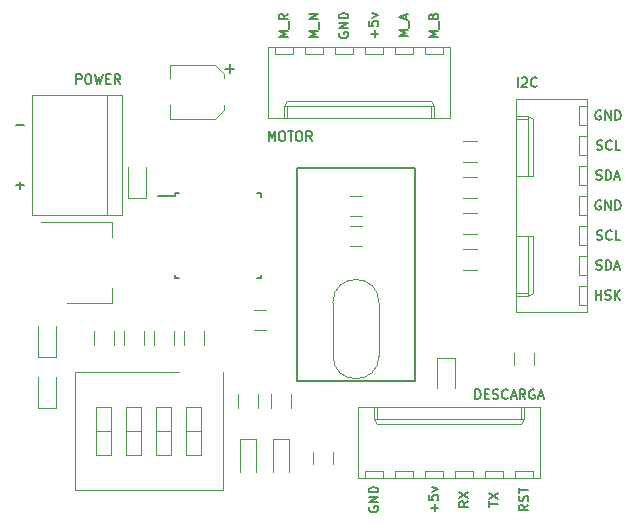
<source format=gto>
G04 #@! TF.FileFunction,Legend,Top*
%FSLAX46Y46*%
G04 Gerber Fmt 4.6, Leading zero omitted, Abs format (unit mm)*
G04 Created by KiCad (PCBNEW 4.0.6) date Tuesday, 11 '11e' April '11e' 2017, 13:18:08*
%MOMM*%
%LPD*%
G01*
G04 APERTURE LIST*
%ADD10C,0.100000*%
%ADD11C,0.200000*%
%ADD12C,0.120000*%
%ADD13C,0.150000*%
G04 APERTURE END LIST*
D10*
D11*
X110185238Y-64065143D02*
X110794762Y-64065143D01*
X110185238Y-69145143D02*
X110794762Y-69145143D01*
X110490000Y-69449905D02*
X110490000Y-68840381D01*
X115246381Y-60559905D02*
X115246381Y-59759905D01*
X115551143Y-59759905D01*
X115627334Y-59798000D01*
X115665429Y-59836095D01*
X115703524Y-59912286D01*
X115703524Y-60026571D01*
X115665429Y-60102762D01*
X115627334Y-60140857D01*
X115551143Y-60178952D01*
X115246381Y-60178952D01*
X116198762Y-59759905D02*
X116351143Y-59759905D01*
X116427334Y-59798000D01*
X116503524Y-59874190D01*
X116541619Y-60026571D01*
X116541619Y-60293238D01*
X116503524Y-60445619D01*
X116427334Y-60521810D01*
X116351143Y-60559905D01*
X116198762Y-60559905D01*
X116122572Y-60521810D01*
X116046381Y-60445619D01*
X116008286Y-60293238D01*
X116008286Y-60026571D01*
X116046381Y-59874190D01*
X116122572Y-59798000D01*
X116198762Y-59759905D01*
X116808286Y-59759905D02*
X116998762Y-60559905D01*
X117151143Y-59988476D01*
X117303524Y-60559905D01*
X117494000Y-59759905D01*
X117798762Y-60140857D02*
X118065429Y-60140857D01*
X118179715Y-60559905D02*
X117798762Y-60559905D01*
X117798762Y-59759905D01*
X118179715Y-59759905D01*
X118979715Y-60559905D02*
X118713048Y-60178952D01*
X118522572Y-60559905D02*
X118522572Y-59759905D01*
X118827334Y-59759905D01*
X118903525Y-59798000D01*
X118941620Y-59836095D01*
X118979715Y-59912286D01*
X118979715Y-60026571D01*
X118941620Y-60102762D01*
X118903525Y-60140857D01*
X118827334Y-60178952D01*
X118522572Y-60178952D01*
X131540476Y-65385905D02*
X131540476Y-64585905D01*
X131807143Y-65157333D01*
X132073810Y-64585905D01*
X132073810Y-65385905D01*
X132607143Y-64585905D02*
X132759524Y-64585905D01*
X132835715Y-64624000D01*
X132911905Y-64700190D01*
X132950000Y-64852571D01*
X132950000Y-65119238D01*
X132911905Y-65271619D01*
X132835715Y-65347810D01*
X132759524Y-65385905D01*
X132607143Y-65385905D01*
X132530953Y-65347810D01*
X132454762Y-65271619D01*
X132416667Y-65119238D01*
X132416667Y-64852571D01*
X132454762Y-64700190D01*
X132530953Y-64624000D01*
X132607143Y-64585905D01*
X133178571Y-64585905D02*
X133635714Y-64585905D01*
X133407143Y-65385905D02*
X133407143Y-64585905D01*
X134054762Y-64585905D02*
X134207143Y-64585905D01*
X134283334Y-64624000D01*
X134359524Y-64700190D01*
X134397619Y-64852571D01*
X134397619Y-65119238D01*
X134359524Y-65271619D01*
X134283334Y-65347810D01*
X134207143Y-65385905D01*
X134054762Y-65385905D01*
X133978572Y-65347810D01*
X133902381Y-65271619D01*
X133864286Y-65119238D01*
X133864286Y-64852571D01*
X133902381Y-64700190D01*
X133978572Y-64624000D01*
X134054762Y-64585905D01*
X135197619Y-65385905D02*
X134930952Y-65004952D01*
X134740476Y-65385905D02*
X134740476Y-64585905D01*
X135045238Y-64585905D01*
X135121429Y-64624000D01*
X135159524Y-64662095D01*
X135197619Y-64738286D01*
X135197619Y-64852571D01*
X135159524Y-64928762D01*
X135121429Y-64966857D01*
X135045238Y-65004952D01*
X134740476Y-65004952D01*
X145903905Y-56597429D02*
X145103905Y-56597429D01*
X145675333Y-56330762D01*
X145103905Y-56064095D01*
X145903905Y-56064095D01*
X145980095Y-55873619D02*
X145980095Y-55264095D01*
X145484857Y-54806952D02*
X145522952Y-54692666D01*
X145561048Y-54654571D01*
X145637238Y-54616476D01*
X145751524Y-54616476D01*
X145827714Y-54654571D01*
X145865810Y-54692666D01*
X145903905Y-54768857D01*
X145903905Y-55073619D01*
X145103905Y-55073619D01*
X145103905Y-54806952D01*
X145142000Y-54730762D01*
X145180095Y-54692666D01*
X145256286Y-54654571D01*
X145332476Y-54654571D01*
X145408667Y-54692666D01*
X145446762Y-54730762D01*
X145484857Y-54806952D01*
X145484857Y-55073619D01*
X143363905Y-56540286D02*
X142563905Y-56540286D01*
X143135333Y-56273619D01*
X142563905Y-56006952D01*
X143363905Y-56006952D01*
X143440095Y-55816476D02*
X143440095Y-55206952D01*
X143135333Y-55054571D02*
X143135333Y-54673619D01*
X143363905Y-55130762D02*
X142563905Y-54864095D01*
X143363905Y-54597428D01*
X133203905Y-56597429D02*
X132403905Y-56597429D01*
X132975333Y-56330762D01*
X132403905Y-56064095D01*
X133203905Y-56064095D01*
X133280095Y-55873619D02*
X133280095Y-55264095D01*
X133203905Y-54616476D02*
X132822952Y-54883143D01*
X133203905Y-55073619D02*
X132403905Y-55073619D01*
X132403905Y-54768857D01*
X132442000Y-54692666D01*
X132480095Y-54654571D01*
X132556286Y-54616476D01*
X132670571Y-54616476D01*
X132746762Y-54654571D01*
X132784857Y-54692666D01*
X132822952Y-54768857D01*
X132822952Y-55073619D01*
X135743905Y-56616476D02*
X134943905Y-56616476D01*
X135515333Y-56349809D01*
X134943905Y-56083142D01*
X135743905Y-56083142D01*
X135820095Y-55892666D02*
X135820095Y-55283142D01*
X135743905Y-55092666D02*
X134943905Y-55092666D01*
X135743905Y-54635523D01*
X134943905Y-54635523D01*
X140519143Y-56616476D02*
X140519143Y-56006952D01*
X140823905Y-56311714D02*
X140214381Y-56311714D01*
X140023905Y-55245047D02*
X140023905Y-55626000D01*
X140404857Y-55664095D01*
X140366762Y-55626000D01*
X140328667Y-55549809D01*
X140328667Y-55359333D01*
X140366762Y-55283143D01*
X140404857Y-55245047D01*
X140481048Y-55206952D01*
X140671524Y-55206952D01*
X140747714Y-55245047D01*
X140785810Y-55283143D01*
X140823905Y-55359333D01*
X140823905Y-55549809D01*
X140785810Y-55626000D01*
X140747714Y-55664095D01*
X140290571Y-54940285D02*
X140823905Y-54749809D01*
X140290571Y-54559333D01*
X137522000Y-56235523D02*
X137483905Y-56311714D01*
X137483905Y-56425999D01*
X137522000Y-56540285D01*
X137598190Y-56616476D01*
X137674381Y-56654571D01*
X137826762Y-56692666D01*
X137941048Y-56692666D01*
X138093429Y-56654571D01*
X138169619Y-56616476D01*
X138245810Y-56540285D01*
X138283905Y-56425999D01*
X138283905Y-56349809D01*
X138245810Y-56235523D01*
X138207714Y-56197428D01*
X137941048Y-56197428D01*
X137941048Y-56349809D01*
X138283905Y-55854571D02*
X137483905Y-55854571D01*
X138283905Y-55397428D01*
X137483905Y-55397428D01*
X138283905Y-55016476D02*
X137483905Y-55016476D01*
X137483905Y-54826000D01*
X137522000Y-54711714D01*
X137598190Y-54635523D01*
X137674381Y-54597428D01*
X137826762Y-54559333D01*
X137941048Y-54559333D01*
X138093429Y-54597428D01*
X138169619Y-54635523D01*
X138245810Y-54711714D01*
X138283905Y-54826000D01*
X138283905Y-55016476D01*
X152635048Y-60813905D02*
X152635048Y-60013905D01*
X152977905Y-60090095D02*
X153016000Y-60052000D01*
X153092191Y-60013905D01*
X153282667Y-60013905D01*
X153358857Y-60052000D01*
X153396953Y-60090095D01*
X153435048Y-60166286D01*
X153435048Y-60242476D01*
X153396953Y-60356762D01*
X152939810Y-60813905D01*
X153435048Y-60813905D01*
X154235048Y-60737714D02*
X154196953Y-60775810D01*
X154082667Y-60813905D01*
X154006477Y-60813905D01*
X153892191Y-60775810D01*
X153816000Y-60699619D01*
X153777905Y-60623429D01*
X153739810Y-60471048D01*
X153739810Y-60356762D01*
X153777905Y-60204381D01*
X153816000Y-60128190D01*
X153892191Y-60052000D01*
X154006477Y-60013905D01*
X154082667Y-60013905D01*
X154196953Y-60052000D01*
X154235048Y-60090095D01*
X159664477Y-62846000D02*
X159588286Y-62807905D01*
X159474001Y-62807905D01*
X159359715Y-62846000D01*
X159283524Y-62922190D01*
X159245429Y-62998381D01*
X159207334Y-63150762D01*
X159207334Y-63265048D01*
X159245429Y-63417429D01*
X159283524Y-63493619D01*
X159359715Y-63569810D01*
X159474001Y-63607905D01*
X159550191Y-63607905D01*
X159664477Y-63569810D01*
X159702572Y-63531714D01*
X159702572Y-63265048D01*
X159550191Y-63265048D01*
X160045429Y-63607905D02*
X160045429Y-62807905D01*
X160502572Y-63607905D01*
X160502572Y-62807905D01*
X160883524Y-63607905D02*
X160883524Y-62807905D01*
X161074000Y-62807905D01*
X161188286Y-62846000D01*
X161264477Y-62922190D01*
X161302572Y-62998381D01*
X161340667Y-63150762D01*
X161340667Y-63265048D01*
X161302572Y-63417429D01*
X161264477Y-63493619D01*
X161188286Y-63569810D01*
X161074000Y-63607905D01*
X160883524Y-63607905D01*
X159321619Y-66109810D02*
X159435905Y-66147905D01*
X159626381Y-66147905D01*
X159702571Y-66109810D01*
X159740667Y-66071714D01*
X159778762Y-65995524D01*
X159778762Y-65919333D01*
X159740667Y-65843143D01*
X159702571Y-65805048D01*
X159626381Y-65766952D01*
X159474000Y-65728857D01*
X159397809Y-65690762D01*
X159359714Y-65652667D01*
X159321619Y-65576476D01*
X159321619Y-65500286D01*
X159359714Y-65424095D01*
X159397809Y-65386000D01*
X159474000Y-65347905D01*
X159664476Y-65347905D01*
X159778762Y-65386000D01*
X160578762Y-66071714D02*
X160540667Y-66109810D01*
X160426381Y-66147905D01*
X160350191Y-66147905D01*
X160235905Y-66109810D01*
X160159714Y-66033619D01*
X160121619Y-65957429D01*
X160083524Y-65805048D01*
X160083524Y-65690762D01*
X160121619Y-65538381D01*
X160159714Y-65462190D01*
X160235905Y-65386000D01*
X160350191Y-65347905D01*
X160426381Y-65347905D01*
X160540667Y-65386000D01*
X160578762Y-65424095D01*
X161302572Y-66147905D02*
X160921619Y-66147905D01*
X160921619Y-65347905D01*
X159302572Y-68649810D02*
X159416858Y-68687905D01*
X159607334Y-68687905D01*
X159683524Y-68649810D01*
X159721620Y-68611714D01*
X159759715Y-68535524D01*
X159759715Y-68459333D01*
X159721620Y-68383143D01*
X159683524Y-68345048D01*
X159607334Y-68306952D01*
X159454953Y-68268857D01*
X159378762Y-68230762D01*
X159340667Y-68192667D01*
X159302572Y-68116476D01*
X159302572Y-68040286D01*
X159340667Y-67964095D01*
X159378762Y-67926000D01*
X159454953Y-67887905D01*
X159645429Y-67887905D01*
X159759715Y-67926000D01*
X160102572Y-68687905D02*
X160102572Y-67887905D01*
X160293048Y-67887905D01*
X160407334Y-67926000D01*
X160483525Y-68002190D01*
X160521620Y-68078381D01*
X160559715Y-68230762D01*
X160559715Y-68345048D01*
X160521620Y-68497429D01*
X160483525Y-68573619D01*
X160407334Y-68649810D01*
X160293048Y-68687905D01*
X160102572Y-68687905D01*
X160864477Y-68459333D02*
X161245429Y-68459333D01*
X160788286Y-68687905D02*
X161054953Y-67887905D01*
X161321620Y-68687905D01*
X159664477Y-70466000D02*
X159588286Y-70427905D01*
X159474001Y-70427905D01*
X159359715Y-70466000D01*
X159283524Y-70542190D01*
X159245429Y-70618381D01*
X159207334Y-70770762D01*
X159207334Y-70885048D01*
X159245429Y-71037429D01*
X159283524Y-71113619D01*
X159359715Y-71189810D01*
X159474001Y-71227905D01*
X159550191Y-71227905D01*
X159664477Y-71189810D01*
X159702572Y-71151714D01*
X159702572Y-70885048D01*
X159550191Y-70885048D01*
X160045429Y-71227905D02*
X160045429Y-70427905D01*
X160502572Y-71227905D01*
X160502572Y-70427905D01*
X160883524Y-71227905D02*
X160883524Y-70427905D01*
X161074000Y-70427905D01*
X161188286Y-70466000D01*
X161264477Y-70542190D01*
X161302572Y-70618381D01*
X161340667Y-70770762D01*
X161340667Y-70885048D01*
X161302572Y-71037429D01*
X161264477Y-71113619D01*
X161188286Y-71189810D01*
X161074000Y-71227905D01*
X160883524Y-71227905D01*
X159321619Y-73729810D02*
X159435905Y-73767905D01*
X159626381Y-73767905D01*
X159702571Y-73729810D01*
X159740667Y-73691714D01*
X159778762Y-73615524D01*
X159778762Y-73539333D01*
X159740667Y-73463143D01*
X159702571Y-73425048D01*
X159626381Y-73386952D01*
X159474000Y-73348857D01*
X159397809Y-73310762D01*
X159359714Y-73272667D01*
X159321619Y-73196476D01*
X159321619Y-73120286D01*
X159359714Y-73044095D01*
X159397809Y-73006000D01*
X159474000Y-72967905D01*
X159664476Y-72967905D01*
X159778762Y-73006000D01*
X160578762Y-73691714D02*
X160540667Y-73729810D01*
X160426381Y-73767905D01*
X160350191Y-73767905D01*
X160235905Y-73729810D01*
X160159714Y-73653619D01*
X160121619Y-73577429D01*
X160083524Y-73425048D01*
X160083524Y-73310762D01*
X160121619Y-73158381D01*
X160159714Y-73082190D01*
X160235905Y-73006000D01*
X160350191Y-72967905D01*
X160426381Y-72967905D01*
X160540667Y-73006000D01*
X160578762Y-73044095D01*
X161302572Y-73767905D02*
X160921619Y-73767905D01*
X160921619Y-72967905D01*
X159302572Y-76269810D02*
X159416858Y-76307905D01*
X159607334Y-76307905D01*
X159683524Y-76269810D01*
X159721620Y-76231714D01*
X159759715Y-76155524D01*
X159759715Y-76079333D01*
X159721620Y-76003143D01*
X159683524Y-75965048D01*
X159607334Y-75926952D01*
X159454953Y-75888857D01*
X159378762Y-75850762D01*
X159340667Y-75812667D01*
X159302572Y-75736476D01*
X159302572Y-75660286D01*
X159340667Y-75584095D01*
X159378762Y-75546000D01*
X159454953Y-75507905D01*
X159645429Y-75507905D01*
X159759715Y-75546000D01*
X160102572Y-76307905D02*
X160102572Y-75507905D01*
X160293048Y-75507905D01*
X160407334Y-75546000D01*
X160483525Y-75622190D01*
X160521620Y-75698381D01*
X160559715Y-75850762D01*
X160559715Y-75965048D01*
X160521620Y-76117429D01*
X160483525Y-76193619D01*
X160407334Y-76269810D01*
X160293048Y-76307905D01*
X160102572Y-76307905D01*
X160864477Y-76079333D02*
X161245429Y-76079333D01*
X160788286Y-76307905D02*
X161054953Y-75507905D01*
X161321620Y-76307905D01*
X159264476Y-78847905D02*
X159264476Y-78047905D01*
X159264476Y-78428857D02*
X159721619Y-78428857D01*
X159721619Y-78847905D02*
X159721619Y-78047905D01*
X160064476Y-78809810D02*
X160178762Y-78847905D01*
X160369238Y-78847905D01*
X160445428Y-78809810D01*
X160483524Y-78771714D01*
X160521619Y-78695524D01*
X160521619Y-78619333D01*
X160483524Y-78543143D01*
X160445428Y-78505048D01*
X160369238Y-78466952D01*
X160216857Y-78428857D01*
X160140666Y-78390762D01*
X160102571Y-78352667D01*
X160064476Y-78276476D01*
X160064476Y-78200286D01*
X160102571Y-78124095D01*
X160140666Y-78086000D01*
X160216857Y-78047905D01*
X160407333Y-78047905D01*
X160521619Y-78086000D01*
X160864476Y-78847905D02*
X160864476Y-78047905D01*
X161321619Y-78847905D02*
X160978762Y-78390762D01*
X161321619Y-78047905D02*
X160864476Y-78505048D01*
X149053905Y-87229905D02*
X149053905Y-86429905D01*
X149244381Y-86429905D01*
X149358667Y-86468000D01*
X149434858Y-86544190D01*
X149472953Y-86620381D01*
X149511048Y-86772762D01*
X149511048Y-86887048D01*
X149472953Y-87039429D01*
X149434858Y-87115619D01*
X149358667Y-87191810D01*
X149244381Y-87229905D01*
X149053905Y-87229905D01*
X149853905Y-86810857D02*
X150120572Y-86810857D01*
X150234858Y-87229905D02*
X149853905Y-87229905D01*
X149853905Y-86429905D01*
X150234858Y-86429905D01*
X150539620Y-87191810D02*
X150653906Y-87229905D01*
X150844382Y-87229905D01*
X150920572Y-87191810D01*
X150958668Y-87153714D01*
X150996763Y-87077524D01*
X150996763Y-87001333D01*
X150958668Y-86925143D01*
X150920572Y-86887048D01*
X150844382Y-86848952D01*
X150692001Y-86810857D01*
X150615810Y-86772762D01*
X150577715Y-86734667D01*
X150539620Y-86658476D01*
X150539620Y-86582286D01*
X150577715Y-86506095D01*
X150615810Y-86468000D01*
X150692001Y-86429905D01*
X150882477Y-86429905D01*
X150996763Y-86468000D01*
X151796763Y-87153714D02*
X151758668Y-87191810D01*
X151644382Y-87229905D01*
X151568192Y-87229905D01*
X151453906Y-87191810D01*
X151377715Y-87115619D01*
X151339620Y-87039429D01*
X151301525Y-86887048D01*
X151301525Y-86772762D01*
X151339620Y-86620381D01*
X151377715Y-86544190D01*
X151453906Y-86468000D01*
X151568192Y-86429905D01*
X151644382Y-86429905D01*
X151758668Y-86468000D01*
X151796763Y-86506095D01*
X152101525Y-87001333D02*
X152482477Y-87001333D01*
X152025334Y-87229905D02*
X152292001Y-86429905D01*
X152558668Y-87229905D01*
X153282477Y-87229905D02*
X153015810Y-86848952D01*
X152825334Y-87229905D02*
X152825334Y-86429905D01*
X153130096Y-86429905D01*
X153206287Y-86468000D01*
X153244382Y-86506095D01*
X153282477Y-86582286D01*
X153282477Y-86696571D01*
X153244382Y-86772762D01*
X153206287Y-86810857D01*
X153130096Y-86848952D01*
X152825334Y-86848952D01*
X154044382Y-86468000D02*
X153968191Y-86429905D01*
X153853906Y-86429905D01*
X153739620Y-86468000D01*
X153663429Y-86544190D01*
X153625334Y-86620381D01*
X153587239Y-86772762D01*
X153587239Y-86887048D01*
X153625334Y-87039429D01*
X153663429Y-87115619D01*
X153739620Y-87191810D01*
X153853906Y-87229905D01*
X153930096Y-87229905D01*
X154044382Y-87191810D01*
X154082477Y-87153714D01*
X154082477Y-86887048D01*
X153930096Y-86887048D01*
X154387239Y-87001333D02*
X154768191Y-87001333D01*
X154311048Y-87229905D02*
X154577715Y-86429905D01*
X154844382Y-87229905D01*
X153523905Y-96196095D02*
X153142952Y-96462762D01*
X153523905Y-96653238D02*
X152723905Y-96653238D01*
X152723905Y-96348476D01*
X152762000Y-96272285D01*
X152800095Y-96234190D01*
X152876286Y-96196095D01*
X152990571Y-96196095D01*
X153066762Y-96234190D01*
X153104857Y-96272285D01*
X153142952Y-96348476D01*
X153142952Y-96653238D01*
X153485810Y-95891333D02*
X153523905Y-95777047D01*
X153523905Y-95586571D01*
X153485810Y-95510381D01*
X153447714Y-95472285D01*
X153371524Y-95434190D01*
X153295333Y-95434190D01*
X153219143Y-95472285D01*
X153181048Y-95510381D01*
X153142952Y-95586571D01*
X153104857Y-95738952D01*
X153066762Y-95815143D01*
X153028667Y-95853238D01*
X152952476Y-95891333D01*
X152876286Y-95891333D01*
X152800095Y-95853238D01*
X152762000Y-95815143D01*
X152723905Y-95738952D01*
X152723905Y-95548476D01*
X152762000Y-95434190D01*
X152723905Y-95205619D02*
X152723905Y-94748476D01*
X153523905Y-94977047D02*
X152723905Y-94977047D01*
X150183905Y-96367524D02*
X150183905Y-95910381D01*
X150983905Y-96138952D02*
X150183905Y-96138952D01*
X150183905Y-95719904D02*
X150983905Y-95186571D01*
X150183905Y-95186571D02*
X150983905Y-95719904D01*
X148443905Y-95891333D02*
X148062952Y-96158000D01*
X148443905Y-96348476D02*
X147643905Y-96348476D01*
X147643905Y-96043714D01*
X147682000Y-95967523D01*
X147720095Y-95929428D01*
X147796286Y-95891333D01*
X147910571Y-95891333D01*
X147986762Y-95929428D01*
X148024857Y-95967523D01*
X148062952Y-96043714D01*
X148062952Y-96348476D01*
X147643905Y-95624666D02*
X148443905Y-95091333D01*
X147643905Y-95091333D02*
X148443905Y-95624666D01*
X145599143Y-96748476D02*
X145599143Y-96138952D01*
X145903905Y-96443714D02*
X145294381Y-96443714D01*
X145103905Y-95377047D02*
X145103905Y-95758000D01*
X145484857Y-95796095D01*
X145446762Y-95758000D01*
X145408667Y-95681809D01*
X145408667Y-95491333D01*
X145446762Y-95415143D01*
X145484857Y-95377047D01*
X145561048Y-95338952D01*
X145751524Y-95338952D01*
X145827714Y-95377047D01*
X145865810Y-95415143D01*
X145903905Y-95491333D01*
X145903905Y-95681809D01*
X145865810Y-95758000D01*
X145827714Y-95796095D01*
X145370571Y-95072285D02*
X145903905Y-94881809D01*
X145370571Y-94691333D01*
X140062000Y-96367523D02*
X140023905Y-96443714D01*
X140023905Y-96557999D01*
X140062000Y-96672285D01*
X140138190Y-96748476D01*
X140214381Y-96786571D01*
X140366762Y-96824666D01*
X140481048Y-96824666D01*
X140633429Y-96786571D01*
X140709619Y-96748476D01*
X140785810Y-96672285D01*
X140823905Y-96557999D01*
X140823905Y-96481809D01*
X140785810Y-96367523D01*
X140747714Y-96329428D01*
X140481048Y-96329428D01*
X140481048Y-96481809D01*
X140823905Y-95986571D02*
X140023905Y-95986571D01*
X140823905Y-95529428D01*
X140023905Y-95529428D01*
X140823905Y-95148476D02*
X140023905Y-95148476D01*
X140023905Y-94958000D01*
X140062000Y-94843714D01*
X140138190Y-94767523D01*
X140214381Y-94729428D01*
X140366762Y-94691333D01*
X140481048Y-94691333D01*
X140633429Y-94729428D01*
X140709619Y-94767523D01*
X140785810Y-94843714D01*
X140823905Y-94958000D01*
X140823905Y-95148476D01*
D12*
X139438000Y-70016000D02*
X138438000Y-70016000D01*
X138438000Y-71716000D02*
X139438000Y-71716000D01*
X139438000Y-72556000D02*
X138438000Y-72556000D01*
X138438000Y-74256000D02*
X139438000Y-74256000D01*
X152312000Y-83320000D02*
X152312000Y-84320000D01*
X154012000Y-84320000D02*
X154012000Y-83320000D01*
X131472000Y-57432000D02*
X131472000Y-63432000D01*
X131472000Y-63432000D02*
X146912000Y-63432000D01*
X146912000Y-63432000D02*
X146912000Y-57432000D01*
X146912000Y-57432000D02*
X131472000Y-57432000D01*
X132842000Y-63432000D02*
X132842000Y-62432000D01*
X132842000Y-62432000D02*
X145542000Y-62432000D01*
X145542000Y-62432000D02*
X145542000Y-63432000D01*
X132842000Y-62432000D02*
X133092000Y-62002000D01*
X133092000Y-62002000D02*
X145292000Y-62002000D01*
X145292000Y-62002000D02*
X145542000Y-62432000D01*
X133092000Y-63432000D02*
X133092000Y-62432000D01*
X145292000Y-63432000D02*
X145292000Y-62432000D01*
X132042000Y-57432000D02*
X132042000Y-58052000D01*
X132042000Y-58052000D02*
X133642000Y-58052000D01*
X133642000Y-58052000D02*
X133642000Y-57432000D01*
X134582000Y-57432000D02*
X134582000Y-58052000D01*
X134582000Y-58052000D02*
X136182000Y-58052000D01*
X136182000Y-58052000D02*
X136182000Y-57432000D01*
X137122000Y-57432000D02*
X137122000Y-58052000D01*
X137122000Y-58052000D02*
X138722000Y-58052000D01*
X138722000Y-58052000D02*
X138722000Y-57432000D01*
X139662000Y-57432000D02*
X139662000Y-58052000D01*
X139662000Y-58052000D02*
X141262000Y-58052000D01*
X141262000Y-58052000D02*
X141262000Y-57432000D01*
X142202000Y-57432000D02*
X142202000Y-58052000D01*
X142202000Y-58052000D02*
X143802000Y-58052000D01*
X143802000Y-58052000D02*
X143802000Y-57432000D01*
X144742000Y-57432000D02*
X144742000Y-58052000D01*
X144742000Y-58052000D02*
X146342000Y-58052000D01*
X146342000Y-58052000D02*
X146342000Y-57432000D01*
X154532000Y-93952000D02*
X154532000Y-87952000D01*
X154532000Y-87952000D02*
X139092000Y-87952000D01*
X139092000Y-87952000D02*
X139092000Y-93952000D01*
X139092000Y-93952000D02*
X154532000Y-93952000D01*
X153162000Y-87952000D02*
X153162000Y-88952000D01*
X153162000Y-88952000D02*
X140462000Y-88952000D01*
X140462000Y-88952000D02*
X140462000Y-87952000D01*
X153162000Y-88952000D02*
X152912000Y-89382000D01*
X152912000Y-89382000D02*
X140712000Y-89382000D01*
X140712000Y-89382000D02*
X140462000Y-88952000D01*
X152912000Y-87952000D02*
X152912000Y-88952000D01*
X140712000Y-87952000D02*
X140712000Y-88952000D01*
X153962000Y-93952000D02*
X153962000Y-93332000D01*
X153962000Y-93332000D02*
X152362000Y-93332000D01*
X152362000Y-93332000D02*
X152362000Y-93952000D01*
X151422000Y-93952000D02*
X151422000Y-93332000D01*
X151422000Y-93332000D02*
X149822000Y-93332000D01*
X149822000Y-93332000D02*
X149822000Y-93952000D01*
X148882000Y-93952000D02*
X148882000Y-93332000D01*
X148882000Y-93332000D02*
X147282000Y-93332000D01*
X147282000Y-93332000D02*
X147282000Y-93952000D01*
X146342000Y-93952000D02*
X146342000Y-93332000D01*
X146342000Y-93332000D02*
X144742000Y-93332000D01*
X144742000Y-93332000D02*
X144742000Y-93952000D01*
X143802000Y-93952000D02*
X143802000Y-93332000D01*
X143802000Y-93332000D02*
X142202000Y-93332000D01*
X142202000Y-93332000D02*
X142202000Y-93952000D01*
X141262000Y-93952000D02*
X141262000Y-93332000D01*
X141262000Y-93332000D02*
X139662000Y-93332000D01*
X139662000Y-93332000D02*
X139662000Y-93952000D01*
X158468000Y-61876000D02*
X152468000Y-61876000D01*
X152468000Y-61876000D02*
X152468000Y-79856000D01*
X152468000Y-79856000D02*
X158468000Y-79856000D01*
X158468000Y-79856000D02*
X158468000Y-61876000D01*
X152468000Y-63246000D02*
X153468000Y-63246000D01*
X153468000Y-63246000D02*
X153468000Y-68326000D01*
X153468000Y-68326000D02*
X152468000Y-68326000D01*
X153468000Y-63246000D02*
X153898000Y-63496000D01*
X153898000Y-63496000D02*
X153898000Y-68326000D01*
X153898000Y-68326000D02*
X153468000Y-68326000D01*
X152468000Y-63496000D02*
X153468000Y-63496000D01*
X152468000Y-78486000D02*
X153468000Y-78486000D01*
X153468000Y-78486000D02*
X153468000Y-73406000D01*
X153468000Y-73406000D02*
X152468000Y-73406000D01*
X153468000Y-78486000D02*
X153898000Y-78236000D01*
X153898000Y-78236000D02*
X153898000Y-73406000D01*
X153898000Y-73406000D02*
X153468000Y-73406000D01*
X152468000Y-78236000D02*
X153468000Y-78236000D01*
X158468000Y-62446000D02*
X157848000Y-62446000D01*
X157848000Y-62446000D02*
X157848000Y-64046000D01*
X157848000Y-64046000D02*
X158468000Y-64046000D01*
X158468000Y-64986000D02*
X157848000Y-64986000D01*
X157848000Y-64986000D02*
X157848000Y-66586000D01*
X157848000Y-66586000D02*
X158468000Y-66586000D01*
X158468000Y-67526000D02*
X157848000Y-67526000D01*
X157848000Y-67526000D02*
X157848000Y-69126000D01*
X157848000Y-69126000D02*
X158468000Y-69126000D01*
X158468000Y-70066000D02*
X157848000Y-70066000D01*
X157848000Y-70066000D02*
X157848000Y-71666000D01*
X157848000Y-71666000D02*
X158468000Y-71666000D01*
X158468000Y-72606000D02*
X157848000Y-72606000D01*
X157848000Y-72606000D02*
X157848000Y-74206000D01*
X157848000Y-74206000D02*
X158468000Y-74206000D01*
X158468000Y-75146000D02*
X157848000Y-75146000D01*
X157848000Y-75146000D02*
X157848000Y-76746000D01*
X157848000Y-76746000D02*
X158468000Y-76746000D01*
X158468000Y-77686000D02*
X157848000Y-77686000D01*
X157848000Y-77686000D02*
X157848000Y-79286000D01*
X157848000Y-79286000D02*
X158468000Y-79286000D01*
X149190000Y-73270000D02*
X147990000Y-73270000D01*
X147990000Y-71510000D02*
X149190000Y-71510000D01*
X149190000Y-76318000D02*
X147990000Y-76318000D01*
X147990000Y-74558000D02*
X149190000Y-74558000D01*
D13*
X133938000Y-85708000D02*
X143938000Y-85708000D01*
X143938000Y-67708000D02*
X143938000Y-85708000D01*
X133938000Y-67708000D02*
X143938000Y-67708000D01*
X133938000Y-67708000D02*
X133938000Y-85708000D01*
X123629000Y-69781000D02*
X123629000Y-70006000D01*
X130879000Y-69781000D02*
X130879000Y-70106000D01*
X130879000Y-77031000D02*
X130879000Y-76706000D01*
X123629000Y-77031000D02*
X123629000Y-76706000D01*
X123629000Y-69781000D02*
X123954000Y-69781000D01*
X123629000Y-77031000D02*
X123954000Y-77031000D01*
X130879000Y-77031000D02*
X130554000Y-77031000D01*
X130879000Y-69781000D02*
X130554000Y-69781000D01*
X123629000Y-70006000D02*
X122204000Y-70006000D01*
D12*
X149190000Y-67174000D02*
X147990000Y-67174000D01*
X147990000Y-65414000D02*
X149190000Y-65414000D01*
X149190000Y-70222000D02*
X147990000Y-70222000D01*
X147990000Y-68462000D02*
X149190000Y-68462000D01*
X147358000Y-83744000D02*
X145758000Y-83744000D01*
X145758000Y-83744000D02*
X145758000Y-86344000D01*
X147358000Y-83744000D02*
X147358000Y-86344000D01*
X127766000Y-62734000D02*
X127766000Y-62334000D01*
X123186000Y-63504000D02*
X123186000Y-62334000D01*
X123186000Y-58924000D02*
X123186000Y-60094000D01*
X127766000Y-59694000D02*
X127766000Y-60094000D01*
X126996000Y-58924000D02*
X123186000Y-58924000D01*
X126996000Y-58924000D02*
X127766000Y-59694000D01*
X126996000Y-63504000D02*
X123186000Y-63504000D01*
X126996000Y-63504000D02*
X127766000Y-62734000D01*
X135294000Y-91702000D02*
X135294000Y-92702000D01*
X136994000Y-92702000D02*
X136994000Y-91702000D01*
X119596000Y-70180000D02*
X121196000Y-70180000D01*
X121196000Y-70180000D02*
X121196000Y-67580000D01*
X119596000Y-70180000D02*
X119596000Y-67580000D01*
X130494000Y-90656000D02*
X129094000Y-90656000D01*
X129094000Y-90656000D02*
X129094000Y-93456000D01*
X130494000Y-90656000D02*
X130494000Y-93456000D01*
X133288000Y-90656000D02*
X131888000Y-90656000D01*
X131888000Y-90656000D02*
X131888000Y-93456000D01*
X133288000Y-90656000D02*
X133288000Y-93456000D01*
X111976000Y-83642000D02*
X113576000Y-83642000D01*
X113576000Y-83642000D02*
X113576000Y-81042000D01*
X111976000Y-83642000D02*
X111976000Y-81042000D01*
X111976000Y-87960000D02*
X113576000Y-87960000D01*
X113576000Y-87960000D02*
X113576000Y-85360000D01*
X111976000Y-87960000D02*
X111976000Y-85360000D01*
X117856000Y-61468000D02*
X117856000Y-71628000D01*
X119126000Y-61468000D02*
X111506000Y-61468000D01*
X111506000Y-61468000D02*
X111506000Y-71628000D01*
X111506000Y-71628000D02*
X119126000Y-71628000D01*
X119126000Y-71628000D02*
X119126000Y-61468000D01*
X116722000Y-82642000D02*
X116722000Y-81442000D01*
X118482000Y-81442000D02*
X118482000Y-82642000D01*
X119262000Y-82642000D02*
X119262000Y-81442000D01*
X121022000Y-81442000D02*
X121022000Y-82642000D01*
X121802000Y-82642000D02*
X121802000Y-81442000D01*
X123562000Y-81442000D02*
X123562000Y-82642000D01*
X124342000Y-82642000D02*
X124342000Y-81442000D01*
X126102000Y-81442000D02*
X126102000Y-82642000D01*
X128914000Y-87976000D02*
X128914000Y-86776000D01*
X130674000Y-86776000D02*
X130674000Y-87976000D01*
X131708000Y-87976000D02*
X131708000Y-86776000D01*
X133468000Y-86776000D02*
X133468000Y-87976000D01*
X127702000Y-84906000D02*
X127702000Y-94926000D01*
X127702000Y-94926000D02*
X115122000Y-94926000D01*
X115122000Y-94926000D02*
X115122000Y-84906000D01*
X115122000Y-84906000D02*
X123952000Y-84906000D01*
X125857000Y-87886000D02*
X124587000Y-87886000D01*
X124587000Y-87886000D02*
X124587000Y-91946000D01*
X124587000Y-91946000D02*
X125857000Y-91946000D01*
X125857000Y-91946000D02*
X125857000Y-87886000D01*
X125857000Y-89916000D02*
X124587000Y-89916000D01*
X123317000Y-87886000D02*
X122047000Y-87886000D01*
X122047000Y-87886000D02*
X122047000Y-91946000D01*
X122047000Y-91946000D02*
X123317000Y-91946000D01*
X123317000Y-91946000D02*
X123317000Y-87886000D01*
X123317000Y-89916000D02*
X122047000Y-89916000D01*
X120777000Y-87886000D02*
X119507000Y-87886000D01*
X119507000Y-87886000D02*
X119507000Y-91946000D01*
X119507000Y-91946000D02*
X120777000Y-91946000D01*
X120777000Y-91946000D02*
X120777000Y-87886000D01*
X120777000Y-89916000D02*
X119507000Y-89916000D01*
X118237000Y-87886000D02*
X116967000Y-87886000D01*
X116967000Y-87886000D02*
X116967000Y-91946000D01*
X116967000Y-91946000D02*
X118237000Y-91946000D01*
X118237000Y-91946000D02*
X118237000Y-87886000D01*
X118237000Y-89916000D02*
X116967000Y-89916000D01*
X118242000Y-79102000D02*
X118242000Y-77842000D01*
X118242000Y-72282000D02*
X118242000Y-73542000D01*
X114482000Y-79102000D02*
X118242000Y-79102000D01*
X112232000Y-72282000D02*
X118242000Y-72282000D01*
X136988000Y-83570000D02*
X136988000Y-79070000D01*
X140888000Y-83570000D02*
X140888000Y-79070000D01*
X140888000Y-83570000D02*
G75*
G02X136988000Y-83570000I-1950000J0D01*
G01*
X140888000Y-79070000D02*
G75*
G03X136988000Y-79070000I-1950000J0D01*
G01*
X131310000Y-79668000D02*
X130310000Y-79668000D01*
X130310000Y-81368000D02*
X131310000Y-81368000D01*
D13*
X127865048Y-59275429D02*
X128626953Y-59275429D01*
X128246001Y-59656381D02*
X128246001Y-58894476D01*
M02*

</source>
